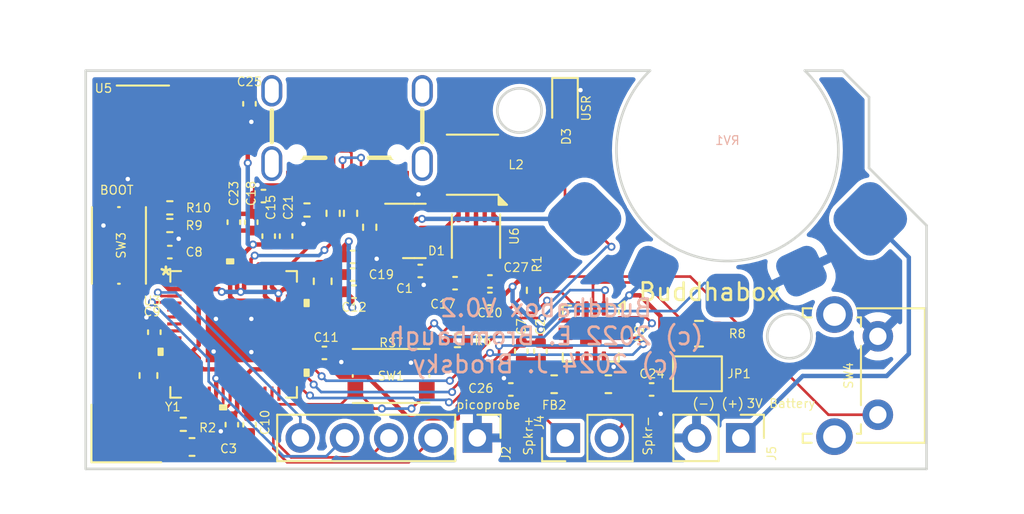
<source format=kicad_pcb>
(kicad_pcb (version 20240108) (generator "pcbnew") (generator_version "8.0")
  (layers (0 "F.Cu" signal) (31 "B.Cu" signal) (34 "B.Paste" user) (35 "F.Paste" user) (36 "B.SilkS" user "B.Silkscreen") (37 "F.SilkS" user "F.Silkscreen") (38 "B.Mask" user) (39 "F.Mask" user) (44 "Edge.Cuts" user))
  (net 0 "")
  (net 1 "GND")
  (net 2 "Net-(C3-Pad1)")
  (net 3 "Net-(U3-XIN)")
  (net 4 "+3.3V")
  (net 5 "+1V1")
  (net 6 "/ADC_AVDD")
  (net 7 "/UART0_RX")
  (net 8 "/UART0_TX")
  (net 9 "/SWCLK")
  (net 10 "/SWDIO")
  (net 11 "/NRST")
  (net 12 "Vbus")
  (net 13 "Net-(J4-Pin_2)")
  (net 14 "Net-(J4-Pin_1)")
  (net 15 "Net-(D3-A)")
  (net 16 "Net-(U2-OUTP)")
  (net 17 "/LED")
  (net 18 "/QSPI_SS_N")
  (net 19 "Net-(R10-Pad2)")
  (net 20 "Net-(U2-OUTN)")
  (net 21 "Net-(J7-D+-PadA6)")
  (net 22 "/BTN")
  (net 23 "/SD")
  (net 24 "Net-(J7-D--PadA7)")
  (net 25 "Net-(J7-CC1)")
  (net 26 "Net-(U6-EN)")
  (net 27 "Net-(U2-~{SD_MODE})")
  (net 28 "Net-(U3-XOUT)")
  (net 35 "DIN")
  (net 36 "LRCLK")
  (net 37 "BCLK")
  (net 42 "/POT")
  (net 45 "/QSPI_SD3")
  (net 46 "/QSPI_SCLK")
  (net 47 "/QSPI_SD0")
  (net 48 "/QSPI_SD2")
  (net 49 "/QSPI_SD1")
  (net 53 "/Vraw")
  (net 54 "/Vbat")
  (net 56 "/Vbat_sw")
  (net 65 "Net-(U6-L1)")
  (net 69 "Net-(U6-L2)")
  (net 70 "Net-(J7-CC2)")
  (net 71 "usb_D-")
  (net 72 "usb_D+")
  (net 73 "Net-(JP1-B)")
  (net 74 "Net-(U2-GAIN_SLOT)")
  (footprint "MyLibrary:USB-C_SMD-TYPE-C-31-M-12" (layer "F.Cu") (at 116.62 103.51 180)
    (property "Reference" "J7" (hide yes))
    (property "Value" "USB_C_Receptacle_USB2.0" (hide yes))
  )
  (footprint "Connector_PinHeader_2.54mm:PinHeader_1x02_P2.54mm_Vertical" (layer "F.Cu") (at 129.125 122.687 90)
    (property "Reference" "J4")
    (property "Value" "Speaker")
  )
  (footprint "Connector_PinHeader_2.54mm:PinHeader_1x02_P2.54mm_Vertical" (layer "F.Cu") (at 139.197 122.682 -90)
    (property "Reference" "J5")
    (property "Value" "Battery")
  )
  (footprint "Package_DFN_QFN:TQFN-16-1EP_3x3mm_P0.5mm_EP1.23x1.23mm" (layer "F.Cu") (at 130.59 116.69 -90)
    (property "Reference" "U2")
    (property "Value" "MAX98357A")
  )
  (footprint "Capacitor_SMD:C_0402_1005Metric" (layer "F.Cu") (at 111.1 110.3 90)
    (property "Reference" "C18")
    (property "Value" "0.1uf")
  )
  (footprint "Capacitor_SMD:C_0402_1005Metric" (layer "F.Cu") (at 122.8 113.8 180)
    (property "Reference" "C17")
    (property "Value" "0.1uf")
  )
  (footprint "Resistor_SMD:R_0402_1005Metric" (layer "F.Cu") (at 114.3 109.6 180)
    (property "Reference" "R3" (hide yes))
    (property "Value" "5.1k")
  )
  (footprint "Resistor_SMD:R_0402_1005Metric" (layer "F.Cu") (at 107.2 121.9)
    (property "Reference" "R2")
    (property "Value" "1k")
  )
  (footprint "Capacitor_SMD:C_0402_1005Metric" (layer "F.Cu") (at 110.998 103.505 -90)
    (property "Reference" "C25")
    (property "Value" "0.1uf")
  )
  (footprint "Inductor_SMD:L_0603_1608Metric" (layer "F.Cu") (at 131.6 119.6)
    (property "Reference" "FB3" (hide yes))
    (property "Value" "600@100mhz")
  )
  (footprint "Capacitor_SMD:C_0402_1005Metric" (layer "F.Cu") (at 113.1 111.1 90)
    (property "Reference" "C21")
    (property "Value" "0.1uf")
  )
  (footprint "LED_SMD:LED_0603_1608Metric" (layer "F.Cu") (at 129.1082 103.505 -90)
    (property "Reference" "D3")
    (property "Value" "LED Green")
  )
  (footprint "Capacitor_SMD:C_0402_1005Metric" (layer "F.Cu") (at 126.6 117.7 -90)
    (property "Reference" "C7")
    (property "Value" "0.1uf")
  )
  (footprint "Connector_PinHeader_2.54mm:PinHeader_1x05_P2.54mm_Vertical" (layer "F.Cu") (at 124.079 122.682 -90)
    (property "Reference" "J2")
    (property "Value" "PICOPROBE")
  )
  (footprint "Capacitor_SMD:C_0402_1005Metric" (layer "F.Cu") (at 111.8 108.8 180)
    (property "Reference" "C5" (hide yes))
    (property "Value" "10uf")
  )
  (footprint "Capacitor_SMD:C_0402_1005Metric" (layer "F.Cu") (at 126 119.9 180)
    (property "Reference" "C26")
    (property "Value" "220pf")
  )
  (footprint "Resistor_SMD:R_0402_1005Metric" (layer "F.Cu") (at 127.3 114.21 -90)
    (property "Reference" "R1")
    (property "Value" "10k")
  )
  (footprint "Capacitor_SMD:C_0402_1005Metric" (layer "F.Cu") (at 106.426 112.014)
    (property "Reference" "C8")
    (property "Value" "0.1uf")
  )
  (footprint "Inductor_SMD:L_Coilcraft_LPS3010" (layer "F.Cu") (at 123.8 107 180)
    (property "Reference" "L2")
    (property "Value" "1.5uH")
  )
  (footprint "Capacitor_SMD:C_0402_1005Metric" (layer "F.Cu") (at 105.537 116.614 90)
    (property "Reference" "C9")
    (property "Value" "0.1uf")
  )
  (footprint "Button_Switch_SMD:SW_Push_1P1T_NO_CK_KMR2" (layer "F.Cu") (at 119.126 119.126 180)
    (property "Reference" "SW1")
    (property "Value" "SW_Push")
  )
  (footprint "Resistor_SMD:R_0402_1005Metric" (layer "F.Cu") (at 116.8 109.79 90)
    (property "Reference" "R7" (hide yes))
    (property "Value" "27.4")
  )
  (footprint "Capacitor_SMD:C_0603_1608Metric" (layer "F.Cu") (at 105.2 119.1 90)
    (property "Reference" "C4" (hide yes))
    (property "Value" "30pf")
  )
  (footprint "Inductor_SMD:L_0603_1608Metric" (layer "F.Cu") (at 128.4875 119.6 180)
    (property "Reference" "FB2")
    (property "Value" "600@100mhz")
  )
  (footprint "Button_Switch_SMD:SW_Push_1P1T_NO_CK_KMR2" (layer "F.Cu") (at 103.505 111.633 -90)
    (property "Reference" "SW3")
    (property "Value" "SW_Push")
  )
  (footprint "Capacitor_SMD:C_0402_1005Metric" (layer "F.Cu") (at 124.8 114.7 180)
    (property "Reference" "C20")
    (property "Value" "10uf")
  )
  (footprint "Capacitor_SMD:C_0402_1005Metric" (layer "F.Cu") (at 120.8 113.1)
    (property "Reference" "C1")
    (property "Value" "10uf")
  )
  (footprint "Capacitor_SMD:C_0402_1005Metric" (layer "F.Cu") (at 116.92 112.29)
    (property "Reference" "C22" (hide yes))
    (property "Value" "1uf")
  )
  (footprint "Jumper:SolderJumper-2_P1.3mm_Bridged_Pad1.0x1.5mm" (layer "F.Cu") (at 136.7125 119)
    (property "Reference" "JP1")
    (property "Value" "Jumper_2_Bridged")
  )
  (footprint "emeb_library:RP2040" (layer "F.Cu") (at 110.0886 116.7384)
    (property "Reference" "U3")
    (property "Value" "RP2040" (hide yes))
  )
  (footprint "Capacitor_SMD:C_0603_1608Metric" (layer "F.Cu") (at 107.7 123.2)
    (property "Reference" "C3")
    (property "Value" "30pf")
  )
  (footprint "Capacitor_SMD:C_0402_1005Metric" (layer "F.Cu") (at 116.92 113.306)
    (property "Reference" "C19")
    (property "Value" "0.1uf")
  )
  (footprint "Capacitor_SMD:C_0402_1005Metric" (layer "F.Cu") (at 112.1 111.1 90)
    (property "Reference" "C15")
    (property "Value" "0.1uf")
  )
  (footprint "Package_SON:WSON-10-1EP_2.5x2.5mm_P0.5mm_EP1.2x2mm" (layer "F.Cu") (at 124 111.1 -90)
    (property "Reference" "U6")
    (property "Value" "TPS63031DSK")
  )
  (footprint "Capacitor_SMD:C_0402_1005Metric" (layer "F.Cu") (at 109.987 121.92 -90)
    (property "Reference" "C6" (hide yes))
    (property "Value" "0.1uf")
  )
  (footprint "Capacitor_SMD:C_0402_1005Metric" (layer "F.Cu") (at 111.003 121.92 -90)
    (property "Reference" "C10")
    (property "Value" "0.1uf")
  )
  (footprint "Package_SON:WSON-8-1EP_6x5mm_P1.27mm_EP3.4x4.3mm" (layer "F.Cu") (at 106.68 105.156)
    (property "Reference" "U5")
    (property "Value" "W25Q64JVZPIQ")
  )
  (footprint "Resistor_SMD:R_0402_1005Metric" (layer "F.Cu") (at 106.426 110.49 180)
    (property "Reference" "R9")
    (property "Value" "10k")
  )
  (footprint "Capacitor_SMD:C_0402_1005Metric" (layer "F.Cu") (at 127.7 117.7 -90)
    (property "Reference" "C2")
    (property "Value" "10uf")
  )
  (footprint "Resistor_SMD:R_0402_1005Metric" (layer "F.Cu") (at 115.8 109.79 90)
    (property "Reference" "R5" (hide yes))
    (property "Value" "27.4")
  )
  (footprint "Resistor_SMD:R_0402_1005Metric" (layer "F.Cu") (at 117.9 110.59 90)
    (property "Reference" "R4" (hide yes))
    (property "Value" "5.1k")
  )
  (footprint "Capacitor_SMD:C_0402_1005Metric" (layer "F.Cu") (at 117 114.29)
    (property "Reference" "C12")
    (property "Value" "0.1uf")
  )
  (footprint "Button_Switch_THT:SW_Tactile_SPST_Angled_PTS645Vx83-2LFS" (layer "F.Cu") (at 147.066 116.851 -90)
    (property "Reference" "SW4")
    (property "Value" "SW_PushSide")
  )
  (footprint "Resistor_SMD:R_0805_2012Metric" (layer "F.Cu") (at 136.8 116.7 180)
    (property "Reference" "R8")
    (property "Value" "100k")
  )
  (footprint "Resistor_SMD:R_0402_1005Metric" (layer "F.Cu") (at 106.426 109.474 180)
    (property "Reference" "R10")
    (property "Value" "1k")
  )
  (footprint "Capacitor_SMD:C_0402_1005Metric" (layer "F.Cu") (at 124.8 113.7 180)
    (property "Reference" "C27")
    (property "Value" "10uf")
  )
  (footprint "Resistor_SMD:R_0402_1005Metric" (layer "F.Cu") (at 122.936 117.094)
    (property "Reference" "R6")
    (property "Value" "1k")
  )
  (footprint "Capacitor_SMD:C_0402_1005Metric" (layer "F.Cu") (at 115.3 117.8)
    (property "Reference" "C11")
    (property "Value" "0.1uf")
  )
  (footprint "Capacitor_SMD:C_0402_1005Metric" (layer "F.Cu") (at 134.08 119.9)
    (property "Reference" "C24")
    (property "Value" "220pf")
  )
  (footprint "Capacitor_SMD:C_0402_1005Metric" (layer "F.Cu") (at 110.1 110.3 90)
    (property "Reference" "C23")
    (property "Value" "1uf")
  )
  (footprint "Package_TO_SOT_SMD:SOT-23" (layer "F.Cu") (at 120.4625 110.8)
    (property "Reference" "D1")
    (property "Value" "BAT54C")
  )
  (footprint "Crystal:Crystal_SMD_3225-4Pin_3.2x2.5mm" (layer "F.Cu") (at 103.929 122.428)
    (property "Reference" "Y1")
    (property "Value" "Crystal_4pin_SMD")
  )
  (footprint "Inductor_SMD:L_0603_1608Metric" (layer "F.Cu") (at 115.2 113.69 -90)
    (property "Reference" "FB1" (hide yes))
    (property "Value" "600@100mhz")
  )
  (footprint "emeb_library:RV12" (layer "B.Cu") (at 138.43 106.109 180)
    (property "Reference" "RV1")
    (property "Value" "RV12")
  )
  (gr_line (start 142.875 101.6) (end 145.034 101.6) (stroke (width 0.15)) (layer "Edge.Cuts"))
  (gr_line (start 149.86 124.46) (end 101.6 124.46) (stroke (width 0.15)) (layer "Edge.Cuts"))
  (gr_line (start 145.034 101.6) (end 146.558 103.124) (stroke (width 0.15)) (layer "Edge.Cuts"))
  (gr_line (start 101.6 101.6) (end 133.985 101.6) (stroke (width 0.15)) (layer "Edge.Cuts"))
  (gr_arc (start 142.875 101.6) (mid 138.43 112.526458) (end 133.985 101.6) (stroke (width 0.15)) (layer "Edge.Cuts"))
  (gr_circle (center 126.492 103.886) (end 127.762 103.886) (stroke (width 0.15)) (fill none) (layer "Edge.Cuts"))
  (gr_line (start 101.6 124.46) (end 101.6 101.6) (stroke (width 0.15)) (layer "Edge.Cuts"))
  (gr_line (start 149.86 110.49) (end 149.86 124.46) (stroke (width 0.15)) (layer "Edge.Cuts"))
  (gr_line (start 146.558 103.124) (end 146.558 107.188) (stroke (width 0.15)) (layer "Edge.Cuts"))
  (gr_line (start 149.86 110.49) (end 146.558 107.188) (stroke (width 0.15)) (layer "Edge.Cuts"))
  (gr_circle (center 141.986 116.84) (end 143.256 116.84) (stroke (width 0.15)) (fill none) (layer "Edge.Cuts"))
  (gr_text "Buddhabox V0.2\n(c) 2022 E. Brombaugh\n(c) 2024 J. Brodsky" (at 128.016 116.84 0) (layer "B.SilkS") (effects (font (size 1 1)) (justify mirror)))
  (gr_text "3V Battery" (at 139.5 121 0) (layer "F.SilkS") (effects (font (size 0.5 0.5) (thickness 0.07)) (justify left bottom)))
  (gr_text "Buddhabox" (at 137.414 114.3 0) (layer "F.SilkS") (effects (font (size 1 1))))
  (gr_text "Spkr-" (at 133.858 122.555 90) (layer "F.SilkS") (effects (font (size 0.5 0.5) (thickness 0.07))))
  (gr_text "Spkr+" (at 127 122.555 90) (layer "F.SilkS") (effects (font (size 0.5 0.5) (thickness 0.07))))
  (gr_text "(-) (+)" (at 137.9 120.7 0) (layer "F.SilkS") (effects (font (size 0.5 0.5) (thickness 0.07))))
  (gr_text "USR" (at 130.3274 103.759 90) (layer "F.SilkS") (effects (font (size 0.5 0.5) (thickness 0.07))))
  (gr_text "picoprobe" (at 124.714 120.777 0) (layer "F.SilkS") (effects (font (size 0.5 0.5) (thickness 0.07))))
  (gr_text "BOOT" (at 103.378 108.458 0) (layer "F.SilkS") (effects (font (size 0.5 0.5) (thickness 0.07))))
  (gr_text "RST" (at 119.126 117.221 0) (layer "F.SilkS") (effects (font (size 0.5 0.5) (thickness 0.07))))
  (segment (start 113.064 108.19) (end 111.485423 108.19) (width 0.254) (layer "F.Cu") (net 1))
  (segment (start 134.56 121.26) (end 134.6 121.3) (width 0.254) (layer "F.Cu") (net 1))
  (segment (start 120.269 118.364) (end 121.138 118.364) (width 0.254) (layer "F.Cu") (net 1))
  (segment (start 111.32 108.302177) (end 111.4588 108.163377) (width 0.254) (layer "F.Cu") (net 1))
  (segment (start 103.98 107.061) (end 103.98 107.79) (width 0.254) (layer "F.Cu") (net 1))
  (segment (start 111.1 109.82) (end 111.1 109.02) (width 0.254) (layer "F.Cu") (net 1))
  (segment (start 116.306 118.326) (end 115.78 117.8) (width 0.254) (layer "F.Cu") (net 1))
  (segment (start 113.879996 110.62) (end 114.099996 110.4) (width 0.254) (layer "F.Cu") (net 1))
  (segment (start 125.603 119.253) (end 125.603 119.177) (width 0.254) (layer "F.Cu") (net 1))
  (segment (start 105.163185 115.760185) (end 105.08306 115.760185) (width 0.254) (layer "F.Cu") (net 1))
  (segment (start 114.099996 110.310004) (end 114.099996 110.4) (width 0.254) (layer "F.Cu") (net 1))
  (segment (start 119.65 107.664) (end 119.664 107.664) (width 0.254) (layer "F.Cu") (net 1))
  (segment (start 131.171 118.871) (end 131.629 118.871) (width 0.254) (layer "F.Cu") (net 1))
  (segment (start 133.041578 116.44) (end 133.287757 116.193821) (width 0.254) (layer "F.Cu") (net 1))
  (segment (start 125.52 119.9) (end 125.52 119.336) (width 0.254) (layer "F.Cu") (net 1))
  (segment (start 104.973 116.698) (end 105.537 116.134) (width 0.254) (layer "F.Cu") (net 1))
  (segment (start 105.2 118.325) (end 104.973 118.098) (width 0.254) (layer "F.Cu") (net 1))
  (segment (start 130.34 116.44) (end 130.59 116.69) (width 0.254) (layer "F.Cu") (net 1))
  (segment (start 102.705 109.583) (end 102.705 110.401) (width 0.254) (layer "F.Cu") (net 1))
  (segment (start 121.28 113.1) (end 121.28 113.62) (width 0.254) (layer "F.Cu") (net 1))
  (segment (start 108.475 123.178) (end 109.352 122.301) (width 0.254) (layer "F.Cu") (net 1))
  (segment (start 104.973 118.098) (end 104.973 116.698) (width 0.254) (layer "F.Cu") (net 1))
  (segment (start 130.84 118.1275) (end 130.84 118.54) (width 0.254) (layer "F.Cu") (net 1))
  (segment (start 121.28 113.1) (end 121.62 113.1) (width 0.254) (layer "F.Cu") (net 1))
  (segment (start 124.5 111.6) (end 124 111.1) (width 0.254) (layer "F.Cu") (net 1))
  (segment (start 126.6 118.18) (end 127.7 118.18) (width 0.254) (layer "F.Cu") (net 1))
  (segment (start 134.56 119.9) (end 134.56 121.26) (width 0.254) (layer "F.Cu") (net 1))
  (segment (start 130.59 116.69) (end 130.84 116.44) (width 0.254) (layer "F.Cu") (net 1))
  (segment (start 102.705 110.401) (end 102.616 110.49) (width 0.254) (layer "F.Cu") (net 1))
  (segment (start 110.998 103.985) (end 110.998 104.434286) (width 0.254) (layer "F.Cu") (net 1))
  (segment (start 109.451 122.4) (end 109.352 122.301) (width 0.254) (layer "F.Cu") (net 1))
  (segment (start 117.4 112.29) (end 117.4 111.6) (width 0.254) (layer "F.Cu") (net 1))
  (segment (start 110.1 109.82) (end 111.1 109.82) (width 0.254) (layer "F.Cu") (net 1))
  (segment (start 117.076 118.326) (end 116.306 118.326) (width 0.254) (layer "F.Cu") (net 1))
  (segment (start 130.84 116.44) (end 132.0275 116.44) (width 0.254) (layer "F.Cu") (net 1))
  (segment (start 125.603 119.177) (end 126.6 118.18) (width 0.254) (layer "F.Cu") (net 1))
  (segment (start 124.5 113.52) (end 124.32 113.7) (width 0.254) (layer "F.Cu") (net 1))
  (segment (start 129.1083 102.7176) (end 129.1082 102.7175) (width 0.254) (layer "F.Cu") (net 1))
  (segment (start 117.48 114.29) (end 117.48 113.386) (width 0.254) (layer "F.Cu") (net 1))
  (segment (start 117.9 111.1) (end 117.9 112) (width 0.254) (layer "F.Cu") (net 1))
  (segment (start 111.003 122.4) (end 109.987 122.4) (width 0.254) (layer "F.Cu") (net 1))
  (segment (start 124.079 122.682) (end 124.079 121.341) (width 0.254) (layer "F.Cu") (net 1))
  (segment (start 109.987 122.4) (end 109.451 122.4) (width 0.254) (layer "F.Cu") (net 1))
  (segment (start 114.81 109.6) (end 114.099996 110.310004) (width 0.254) (layer "F.Cu") (net 1))
  (segment (start 124.5 112.3125) (end 124.5 111.6) (width 0.254) (layer "F.Cu") (net 1))
  (segment (start 106.906 112.014) (end 106.906 111.28) (width 0.254) (layer "F.Cu") (net 1))
  (segment (start 124.5 112.3125) (end 124.5 113.52) (width 0.254) (layer "F.Cu") (net 1))
  (segment (start 108.475 123.2) (end 108.475 123.178) (width 0.254) (layer "F.Cu") (net 1))
  (segment (start 119.664 107.664) (end 120.7 108.7) (width 0.254) (layer "F.Cu") (net 1))
  (segment (start 113.1 110.62) (end 113.879996 110.62) (width 0.254) (layer "F.Cu") (net 1))
  (segment (start 125.52 119.336) (end 125.603 119.253) (width 0.254) (layer "F.Cu") (net 1))
  (segment (start 121.138 118.364) (end 121.176 118.326) (width 0.254) (layer "F.Cu") (net 1))
  (segment (start 112.1 110.62) (end 111.9 110.62) (width 0.254) (layer "F.Cu") (net 1))
  (segment (start 130.84 118.54) (end 131.171 118.871) (width 0.254) (layer "F.Cu") (net 1))
  (segment (start 123.22 114.7) (end 124.32 114.7) (width 0.254) (layer "F.Cu") (net 1))
  (segment (start 130.34 115.2525) (end 130.34 116.44) (width 0.254) (layer "F.Cu") (net 1))
  (segment (start 130.59 116.69) (end 130.84 116.94) (width 0.254) (layer "F.Cu") (net 1))
  (segment (start 109.088599 120.142) (end 109.088599 119.262401) (width 0.254) (layer "F.Cu") (net 1))
  (segment (start 111.485423 108.19) (end 111.4588 108.163377) (width 0.254) (layer "F.Cu") (net 1))
  (segment (start 111.9 110.62) (end 111.1 109.82) (width 0.254) (layer "F.Cu") (net 1))
  (segment (start 124.079 121.341) (end 125.52 119.9) (width 0.254) (layer "F.Cu") (net 1))
  (segment (start 117.4 111.6) (end 117.9 111.1) (width 0.254) (layer "F.Cu") (net 1))
  (segment (start 130.84 116.94) (end 130.84 118.1275) (width 0.254) (layer "F.Cu") (net 1))
  (segment (start 122.32 113.8) (end 123.22 114.7) (width 0.254) (layer "F.Cu") (net 1))
  (segment (start 124 111.1) (end 124 109.8875) (width 0.254) (layer "F.Cu") (net 1))
  (segment (start 111.32 108.8) (end 111.32 108.302177) (width 0.254) (layer "F.Cu") (net 1))
  (segment (start 112.1 110.62) (end 113.1 110.62) (width 0.254) (layer "F.Cu") (net 1))
  (segment (start 121.62 113.1) (end 122.32 113.8) (width 0.254) (layer "F.Cu") (net 1))
  (segment (start 117.48 113.386) (end 117.4 113.306) (width 0.254) (layer "F.Cu") (net 1))
  (segment (start 117.4 112.29) (end 117.4 113.306) (width 0.254) (layer "F.Cu") (net 1))
  (segment (start 129.9972 102.7176) (end 129.1083 102.7176) (width 0.254) (layer "F.Cu") (net 1))
  (segment (start 132.0275 116.44) (end 133.041578 116.44) (width 0.254) (layer "F.Cu") (net 1))
  (segment (start 124.32 113.7) (end 124.32 114.7) (width 0.254) (layer "F.Cu") (net 1))
  (segment (start 111.1 109.02) (end 111.32 108.8) (width 0.254) (layer "F.Cu") (net 1))
  (segment (start 113.25 108.004) (end 113.064 108.19) (width 0.254) (layer "F.Cu") (net 1))
  (segment (start 131.629 118.871) (end 131.9 118.6) (width 0.254) (layer "F.Cu") (net 1))
  (segment (start 105.537 116.134) (end 105.163185 115.760185) (width 0.254) (layer "F.Cu") (net 1))
  (segment (start 102.705 113.683) (end 102.705 110.579) (width 0.254) (layer "F.Cu") (net 1))
  (segment (start 103.98 107.79) (end 104.013 107.823) (width 0.254) (layer "F.Cu") (net 1))
  (segment (start 117.9 112) (end 118.3 112.4) (width 0.254) (layer "F.Cu") (net 1))
  (segment (start 102.705 110.579) (end 102.616 110.49) (width 0.254) (layer "F.Cu") (net 1))
  (segment (start 110.998 104.434286) (end 111.104857 104.541143) (width 0.254) (layer "F.Cu") (net 1))
  (segment (start 106.906 111.28) (end 106.934 111.252) (width 0.254) (layer "F.Cu") (net 1))
  (segment (start 121.28 113.62) (end 121 113.9) (width 0.254) (layer "F.Cu") (net 1))
  (via (at 109.0726 115.8494) (size 0.4572) (drill 0.254) (layers "F.Cu" "B.Cu") (net 1))
  (via (at 116.2684 118.326) (size 0.4572) (drill 0.254) (layers "F.Cu" "B.Cu") (net 1))
  (via (at 111.1046 115.8494) (size 0.4572) (drill 0.254) (layers "F.Cu" "B.Cu") (net 1))
  (via (at 111.4588 108.163377) (size 0.4572) (drill 0.254) (layers "F.Cu" "B.Cu") (net 1))
  (via (at 121 113.9) (size 0.4572) (drill 0.254) (layers "F.Cu" "B.Cu") (net 1))
  (via (at 111.1046 117.7544) (size 0.4572) (drill 0.254) (layers "F.Cu" "B.Cu") (net 1))
  (via (at 109.088599 119.262401) (size 0.4572) (drill 0.254) (layers "F.Cu" "B.Cu") (net 1))
  (via (at 134.6 121.3) (size 0.4572) (drill 0.254) (layers "F.Cu" "B.Cu") (net 1))
  (via (at 108.940289 117.721868) (size 0.4572) (drill 0.254) (layers "F.Cu" "B.Cu") (net 1))
  (via (at 120.269 118.364) (size 0.4572) (drill 0.254) (layers "F.Cu" "B.Cu") (net 1))
  (via (at 102.616 110.49) (size 0.4572) (drill 0.254) (layers "F.Cu" "B.Cu") (net 1))
  (via (at 104.013 107.823) (size 0.4572) (drill 0.254) (layers "F.Cu" "B.Cu") (net 1))
  (via (at 125.603 119.253) (size 0.4572) (drill 0.254) (layers "F.Cu" "B.Cu") (net 1))
  (via (at 131.9 118.6) (size 0.4572) (drill 0.254) (layers "F.Cu" "B.Cu") (net 1))
  (via (at 133.287757 116.193821) (size 0.4572) (drill 0.254) (layers "F.Cu" "B.Cu") (net 1))
  (via (at 105.08306 115.760185) (size 0.4572) (drill 0.254) (layers "F.Cu" "B.Cu") (net 1))
  (via (at 129.9972 102.7176) (size 0.4572) (drill 0.254) (layers "F.Cu" "B.Cu") (net 1))
  (via (at 106.934 111.252) (size 0.4572) (drill 0.254) (layers "F.Cu" "B.Cu") (net 1))
  (via (at 111.104857 104.541143) (size 0.4572) (drill 0.254) (layers "F.Cu" "B.Cu") (net 1))
  (via (at 118.3 112.4) (size 0.4572) (drill 0.254) (layers "F.Cu" "B.Cu") (net 1))
  (via (at 109.352 122.301) (size 0.4572) (drill 0.254) (layers "F.Cu" "B.Cu") (net 1))
  (via (at 114.099996 110.4) (size 0.4572) (drill 0.254) (layers "F.Cu" "B.Cu") (net 1))
  (via (at 120.7 108.7) (size 0.4572) (drill 0.254) (layers "F.Cu" "B.Cu") (net 1))
  (segment (start 106.1998 122.4748) (end 103.6322 122.4748) (width 0.1524) (layer "F.Cu") (net 2))
  (segment (start 106.69 121.9) (end 106.69 122.965) (width 0.1524) (layer "F.Cu") (net 2))
  (segment (start 106.69 122.965) (end 106.925 123.2) (width 0.1524) (layer "F.Cu") (net 2))
  (segment (start 106.925 123.2) (end 106.1998 122.4748) (width 0.1524) (layer "F.Cu") (net 2))
  (segment (start 103.6322 122.4748) (end 102.829 123.278) (width 0.1524) (layer "F.Cu") (net 2))
  (segment (start 105.2302 121.3768) (end 105.029 121.578) (width 0.1524) (layer "F.Cu") (net 3))
  (segment (start 105.537 120.114) (end 105.029 120.622) (width 0.1524) (layer "F.Cu") (net 3))
  (segment (start 109.488601 120.142) (end 109.488601 120.7008) (width 0.1524) (layer "F.Cu") (net 3))
  (segment (start 109.488601 120.7008) (end 108.812601 121.3768) (width 0.1524) (layer "F.Cu") (net 3))
  (segment (start 108.812601 121.3768) (end 105.2302 121.3768) (width 0.1524) (layer "F.Cu") (net 3))
  (segment (start 105.029 120.622) (end 105.029 121.578) (width 0.1524) (layer "F.Cu") (net 3))
  (segment (start 112.9426 114.1384) (end 112.654 114.427) (width 0.254) (layer "F.Cu") (net 4))
  (segment (start 110.2886 121.1384) (end 109.987 121.44) (width 0.254) (layer "F.Cu") (net 4))
  (segment (start 136.0625 118.75) (end 134.5826 117.2701) (width 0.254) (layer "F.Cu") (net 4))
  (segment (start 125.28 114.7) (end 125.28 113.7) (width 0.254) (layer "F.Cu") (net 4))
  (segment (start 112.1 111.58) (end 113.1 111.58) (width 0.254) (layer "F.Cu") (net 4))
  (segment (start 134.5826 117.2701) (end 134.5826 115.6826) (width 0.254) (layer "F.Cu") (net 4))
  (segment (start 125.4 114.7) (end 126.1 114) (width 0.254) (layer "F.Cu") (net 4))
  (segment (start 110.938731 111.838731) (end 110.2886 112.488862) (width 0.254) (layer "F.Cu") (net 4))
  (segment (start 116.9 115.2) (end 116.9 114.67) (width 0.254) (layer "F.Cu") (net 4))
  (segment (start 112.655244 114.395798) (end 112.658947 114.392095) (width 0.254) (layer "F.Cu") (net 4))
  (segment (start 112.396602 114.1384) (end 112.288601 114.030399) (width 0.254) (layer "F.Cu") (net 4))
  (segment (start 105.918 113.6889) (end 105.918 112.042) (width 0.254) (layer "F.Cu") (net 4))
  (segment (start 109.2449 114.1384) (end 109.4065 114.3) (width 0.254) (layer "F.Cu") (net 4))
  (segment (start 122.9558 120.8642) (end 122.9558 121.5588) (width 0.254) (layer "F.Cu") (net 4))
  (segment (start 113.4922 114.1384) (end 112.9426 114.1384) (width 0.254) (layer "F.Cu") (net 4))
  (segment (start 108.082 117.348) (end 108.082 114.173) (width 0.254) (layer "F.Cu") (net 4))
  (segment (start 127.7 116.483434) (end 127.727071 116.456363) (width 0.254) (layer "F.Cu") (net 4))
  (segment (start 114.8609 114.1384) (end 115.2 114.4775) (width 0.254) (layer "F.Cu") (net 4))
  (segment (start 129.1525 117.44) (end 127.92 117.44) (width 0.254) (layer "F.Cu") (net 4))
  (segment (start 112.654 114.395798) (end 112.396602 114.1384) (width 0.254) (layer "F.Cu") (net 4))
  (segment (start 113.4922 117.738401) (end 112.917401 117.738401) (width 0.254) (layer "F.Cu") (net 4))
  (segment (start 112.654 117.475) (end 112.654 114.395798) (width 0.254) (layer "F.Cu") (net 4))
  (segment (start 116.44 111.66) (end 116.7 111.4) (width 0.254) (layer "F.Cu") (net 4))
  (segment (start 116.3325 114.4775) (end 116.52 114.29) (width 0.254) (layer "F.Cu") (net 4))
  (segment (start 110.2886 114.0936) (end 110.495 114.3) (width 0.254) (layer "F.Cu") (net 4))
  (segment (start 126.4 113.7) (end 127.3 113.7) (width 0.254) (layer "F.Cu") (net 4))
  (segment (start 114.758401 117.738401) (end 113.4922 117.738401) (width 0.254) (layer "F.Cu") (net 4))
  (segment (start 125 112.3125) (end 125.254 112.0585) (width 0.254) (layer "F.Cu") (net 4))
  (segment (start 110.9 105.12655) (end 110.9 106.9) (width 0.254) (layer "F.Cu") (net 4))
  (segment (start 134.5826 115.6826) (end 133.3945 114.4945) (width 0.254) (layer "F.Cu") (net 4))
  (segment (start 114.82 117.8) (end 114.758401 117.738401) (width 0.254) (layer "F.Cu") (net 4))
  (segment (start 122.9558 121.5588) (end 120.1618 121.5588) (width 0.254) (layer "F.Cu") (net 4))
  (segment (start 107.691599 117.738401) (end 108.082 117.348) (width 0.254) (layer "F.Cu") (net 4))
  (segment (start 105.800401 117.738401) (end 105.537 117.475) (width 0.254) (layer "F.Cu") (net 4))
  (segment (start 125.28 112.5925) (end 125 112.3125) (width 0.254) (layer "F.Cu") (net 4))
  (segment (start 115.2 114.4775) (end 116.3325 114.4775) (width 0.254) (layer "F.Cu") (net 4))
  (segment (start 125.28 113.7) (end 125.28 112.5925) (width 0.254) (layer "F.Cu") (net 4))
  (segment (start 105.916 111.984) (end 105.946 112.014) (width 0.254) (layer "F.Cu") (net 4))
  (segment (start 120.1618 121.5588) (end 117.775 119.172) (width 0.254) (layer "F.Cu") (net 4))
  (segment (start 106.3675 114.1384) (end 105.918 113.6889) (width 0.254) (layer "F.Cu") (net 4))
  (segment (start 110.2886 120.142) (end 110.2886 121.1384) (width 0.254) (layer "F.Cu") (net 4))
  (segment (start 110.2886 112.488862) (end 110.2886 113.3348) (width 0.254) (layer "F.Cu") (net 4))
  (segment (start 127.7 117.22) (end 127.7 116.483434) (width 0.254) (layer "F.Cu") (net 4))
  (segment (start 106.685 114.1384) (end 108.0474 114.1384) (width 0.254) (layer "F.Cu") (net 4))
  (segment (start 105.916 110.49) (end 105.916 111.984) (width 0.254) (layer "F.Cu") (net 4))
  (segment (start 110.2886 113.3348) (end 110.2886 114.0936) (width 0.254) (layer "F.Cu") (net 4))
  (segment (start 110.236 102.997) (end 110.97 102.997) (width 0.254) (layer "F.Cu") (net 4))
  (segment (start 110.495 114.3) (end 110.688599 114.106401) (width 0.254) (layer "F.Cu") (net 4))
  (segment (start 116.44 112.29) (end 116.44 111.66) (width 0.254) (layer "F.Cu") (net 4))
  (segment (start 112.917401 117.738401) (end 112.654 117.475) (width 0.254) (layer "F.Cu") (net 4))
  (segment (start 129.1525 117.44) (end 129.1525 116.94) (width 0.254) (layer "F.Cu") (net 4))
  (segment (start 133.3945 114.4945) (end 132.7945 114.4945) (width 0.254) (layer "F.Cu") (net 4))
  (segment (start 112.654 114.395798) (end 112.655244 114.395798) (width 0.254) (layer "F.Cu") (net 4))
  (segment (start 110.97 102.997) (end 110.998 103.025) (width 0.254) (layer "F.Cu") (net 4))
  (segment (start 127.92 117.44) (end 127.7 117.22) (width 0.254) (layer "F.Cu") (net 4))
  (segment (start 112.288601 114.030399) (end 112.288601 113.3348) (width 0.254) (layer "F.Cu") (net 4))
  (segment (start 125.254 112.0585) (end 125.254 110.1415) (width 0.254) (layer "F.Cu") (net 4))
  (segment (start 108.0474 114.1384) (end 109.2449 114.1384) (width 0.254) (layer "F.Cu") (net 4))
  (segment (start 116.9 114.67) (end 116.52 114.29) (width 0.254) (layer "F.Cu") (net 4))
  (segment (start 111.197462 111.58) (end 110.938731 111.838731) (width 0.254) (layer "F.Cu") (net 4))
  (segment (start 136.0625 119) (end 136.0625 118.75) (width 0.254) (layer "F.Cu") (net 4))
  (segment (start 105.918 112.042) (end 105.946 112.014) (width 0.254) (layer "F.Cu") (net 4))
  (segment (start 109.982 103.251) (end 109.38 103.251) (width 0.254) (layer "F.Cu") (net 4))
  (segment (start 106.685 114.1384) (end 106.3675 114.1384) (width 0.254) (layer "F.Cu") (net 4))
  (segment (start 106.685 117.738401) (end 107.691599 117.738401) (width 0.254) (layer "F.Cu") (net 4))
  (segment (start 125.254 110.1415) (end 125 109.8875) (width 0.254) (layer "F.Cu") (net 4))
  (segment (start 108.082 114.173) (end 108.0474 114.1384) (width 0.254) (layer "F.Cu") (net 4))
  (segment (start 112.1 111.58) (end 111.197462 111.58) (width 0.254) (layer "F.Cu") (net 4))
  (segment (start 108.082 118.11) (end 107.710401 117.738401) (width 0.254) (layer "F.Cu") (net 4))
  (segment (start 108.336 118.745) (end 108.082 118.491) (width 0.254) (layer "F.Cu") (net 4))
  (segment (start 117.775 119.172) (end 116.192 119.172) (width 0.254) (layer "F.Cu") (net 4))
  (segment (start 108.082 118.491) (end 108.082 118.11) (width 0.254) (layer "F.Cu") (net 4))
  (segment (start 113.4922 114.1384) (end 114.8609 114.1384) (width 0.254) (layer "F.Cu") (net 4))
  (segment (start 107.710401 117.738401) (end 107.691599 117.738401) (width 0.254) (layer "F.Cu") (net 4))
  (segment (start 110.2886 120.142) (end 110.2886 119.1736) (width 0.254) (layer "F.Cu") (net 4))
  (segment (start 106.685 117.738401) (end 105.800401 117.738401) (width 0.254) (layer "F.Cu") (net 4))
  (segment (start 105.537 117.475) (end 105.537 117.094) (width 0.254) (layer "F.Cu") (net 4))
  (segment (start 109.38 103.60655) (end 110.9 105.12655) (width 0.254) (layer "F.Cu") (net 4))
  (segment (start 110.236 102.997) (end 109.982 103.251) (width 0.254) (layer "F.Cu") (net 4))
  (segment (start 126.6 117.22) (end 122.9558 120.8642) (width 0.254) (layer "F.Cu") (net 4))
  (segment (start 116.192 119.172) (end 114.82 117.8) (width 0.254) (layer "F.Cu") (net 4))
  (segment (start 126.1 114) (end 126.4 113.7) (width 0.254) (layer "F.Cu") (net 4))
  (segment (start 110.2886 119.1736) (end 109.86 118.745) (width 0.254) (layer "F.Cu") (net 4))
  (segment (start 125.28 114.7) (end 125.4 114.7) (width 0.254) (layer "F.Cu") (net 4))
  (segment (start 109.38 103.251) (end 109.38 103.60655) (width 0.254) (layer "F.Cu") (net 4))
  (segment (start 110.688599 114.106401) (end 110.688599 113.3348) (width 0.254) (layer "F.Cu") (net 4))
  (segment (start 126.6 117.22) (end 127.7 117.22) (width 0.254) (layer "F.Cu") (net 4))
  (segment (start 109.86 118.745) (end 108.336 118.745) (width 0.254) (layer "F.Cu") (net 4))
  (via (at 127.727071 116.456363) (size 0.4572) (drill 0.254) (layers "F.Cu" "B.Cu") (net 4))
  (via (at 111.197462 111.58) (size 0.4572) (drill 0.254) (layers "F.Cu" "B.Cu") (net 4))
  (via (at 116.7 111.4) (size 0.4572) (drill 0.254) (layers "F.Cu" "B.Cu") (net 4))
  (via (at 112.658947 114.392095) (size 0.4572) (drill 0.254) (layers "F.Cu" "B.Cu") (net 4))
  (via (at 132.7945 114.4945) (size 0.4572) (drill 0.254) (layers "F.Cu" "B.Cu") (net 4))
  (via (at 110.495 114.3) (size 0.4572) (drill 0.254) (layers "F.Cu" "B.Cu") (net 4))
  (via (at 126.1 114) (size 0.4572) (drill 0.254) (layers "F.Cu" "B.Cu") (net 4))
  (via (at 110.9 106.9) (size 0.4572) (drill 0.254) (layers "F.Cu" "B.Cu") (net 4))
  (via (at 109.4065 114.3) (size 0.4572) (drill 0.254) (layers "F.Cu" "B.Cu") (net 4))
  (via (at 116.9 115.2) (size 0.4572) (drill 0.254) (layers "F.Cu" "B.Cu") (net 4))
  (segment (start 129.263226 115.0698) (end 127.876663 116.456363) (width 0.254) (layer "B.Cu") (net 4))
  (segment (start 110.9 111.532606) (end 110.947394 111.58) (width 0.254) (layer "B.Cu") (net 4))
  (segment (start 126.1 114.829292) (end 127.727071 116.456363) (width 0.254) (layer "B.Cu") (net 4))
  (segment (start 132.2192 115.0698) (end 129.263226 115.0698) (width 0.254) (layer "B.Cu") (net 4))
  (segment (start 112.566852 114.3) (end 112.658947 114.392095) (width 0.254) (layer "B.Cu") (net 4))
  (segment (start 127.876663 116.456363) (end 127.727071 116.456363) (width 0.254) (layer "B.Cu") (net 4))
  (segment (start 110.495 114.3) (end 112.566852 114.3) (width 0.254) (layer "B.Cu") (net 4))
  (segment (start 134.18 113.109) (end 132.2192 115.0698) (width 0.254) (layer "B.Cu") (net 4))
  (segment (start 110.9 106.9) (end 110.9 111.532606) (width 0.254) (layer "B.Cu") (net 4))
  (segment (start 116.7 115) (end 116.9 115.2) (width 0.254) (layer "B.Cu") (net 4))
  (segment (start 110.495 114.3) (end 109.4065 114.3) (width 0.254) (layer "B.Cu") (net 4))
  (segment (start 126.1 114) (end 126.1 114.829292) (width 0.254) (layer "B.Cu") (net 4))
  (segment (start 116.7 111.4) (end 116.7 115) (width 0.254) (layer "B.Cu") (net 4))
  (segment (start 110.947394 111.58) (end 111.197462 111.58) (width 0.254) (layer "B.Cu") (net 4))
  (segment (start 111.888599 114.550599) (end 112.146 114.808) (width 0.254) (layer "F.Cu") (net 5))
  (segment (start 110.114 114.808) (end 112.146 114.808) (width 0.254) (layer "F.Cu") (net 5))
  (segment (start 110.1 110.78) (end 111.1 110.78) (width 0.254) (layer "F.Cu") (net 5))
  (segment (start 110.1 110.78) (end 109.8886 110.9914) (width 0.254) (layer "F.Cu") (net 5))
  (segment (start 109.8886 110.9914) (end 109.8886 113.3348) (width 0.254) (layer "F.Cu") (net 5))
  (segment (start 111.13 118.745) (end 110.688599 119.186401) (width 0.254) (layer "F.Cu") (net 5))
  (segment (start 111.892 118.745) (end 111.13 118.745) (width 0.254) (layer "F.Cu") (net 5))
  (segment (start 110.114 114.808) (end 112.146 114.808) (width 0.254) (layer "F.Cu") (net 5))
  (segment (start 109.8886 114.5826) (end 110.114 114.808) (width 0.254) (layer "F.Cu") (net 5))
  (segment (start 110.688599 121.125599) (end 111.003 121.44) (width 0.254) (layer "F.Cu") (net 5))
  (segment (start 110.688599 119.186401) (end 110.688599 120.142) (width 0.254) (layer "F.Cu") (net 5))
  (segment (start 112.146 114.808) (end 112.146 118.491) (width 0.254) (layer "F.Cu") (net 5))
  (segment (start 112.146 118.491) (end 111.892 118.745) (width 0.254) (layer "F.Cu") (net 5))
  (segment (start 111.888599 113.3348) (end 111.888599 114.550599) (width 0.254) (layer "F.Cu") (net 5))
  (segment (start 109.8886 113.3348) (end 109.8886 114.5826) (width 0.254) (layer "F.Cu") (net 5))
  (segment (start 110.688599 120.142) (end 110.688599 121.125599) (width 0.254) (layer "F.Cu") (net 5))
  (segment (start 112.6886 113.3348) (end 114.7677 113.3348) (width 0.254) (layer "F.Cu") (net 6))
  (segment (start 116.0365 112.9025) (end 116.44 113.306) (width 0.254) (layer "F.Cu") (net 6))
  (segment (start 114.7677 113.3348) (end 115.2 112.9025) (width 0.254) (layer "F.Cu") (net 6))
  (segment (start 115.2 112.9025) (end 116.0365 112.9025) (width 0.254) (layer "F.Cu") (net 6))
  (segment (start 106.646599 114.9) (end 106.685 114.938401) (width 0.1524) (layer "F.Cu") (net 7))
  (segment (start 105.4 114.9) (end 106.646599 114.9) (width 0.1524) (layer "F.Cu") (net 7))
  (via (at 105.4 114.9) (size 0.4572) (drill 0.254) (layers "F.Cu" "B.Cu") (net 7))
  (segment (start 115.4058 123.7352) (end 112.95074 123.7352) (width 0.1524) (layer "B.Cu") (net 7))
  (segment (start 116.459 122.682) (end 115.4058 123.7352) (width 0.1524) (layer "B.Cu") (net 7))
  (segment (start 108.656799 119.441259) (end 108.656799 118.156799) (width 0.1524) (layer "B.Cu") (net 7))
  (segment (start 108.656799 118.156799) (end 105.4 114.9) (width 0.1524) (layer "B.Cu") (net 7))
  (segment (start 112.95074 123.7352) (end 108.656799 119.441259) (width 0.1524) (layer "B.Cu") (net 7))
  (segment (start 106.685 114.538399) (end 105.944463 114.538399) (width 0.1524) (layer "F.Cu") (net 8))
  (segment (start 105.944463 114.538399) (end 105.739774 114.33371) (width 0.1524) (layer "F.Cu") (net 8))
  (via (at 105.739774 114.33371) (size 0.4572) (drill 0.254) (layers "F.Cu" "B.Cu") (net 8))
  (segment (start 113.919 121.479919) (end 106.772791 114.33371) (width 0.1524) (layer "B.Cu") (net 8))
  (segment (start 106.772791 114.33371) (end 105.739774 114.33371) (width 0.1524) (layer "B.Cu") (net 8))
  (segment (start 113.919 122.682) (end 113.919 121.479919) (width 0.1524) (layer "B.Cu") (net 8))
  (segment (start 112.3696 122.011242) (end 112.3696 123.2916) (width 0.1524) (layer "F.Cu") (net 9))
  (segment (start 113.157 124.079) (end 120.142 124.079) (width 0.1524) (layer "F.Cu") (net 9))
  (segment (start 111.088601 120.142) (end 111.088601 120.730243) (width 0.1524) (layer "F.Cu") (net 9))
  (segment (start 111.088601 120.730243) (end 112.3696 122.011242) (width 0.1524) (layer "F.Cu") (net 9))
  (segment (start 112.3696 123.2916) (end 113.157 124.079) (width 0.1524) (layer "F.Cu") (net 9))
  (segment (start 120.142 124.079) (end 121.539 122.682) (width 0.1524) (layer "F.Cu") (net 9))
  (segment (start 112.649 121.89551) (end 112.649 123.063) (width 0.1524) (layer "F.Cu") (net 10))
  (segment (start 111.4886 120.142) (end 111.4886 120.73511) (width 0.1524) (layer "F.Cu") (net 10))
  (segment (start 117.8814 123.7996) (end 118.999 122.682) (width 0.1524) (layer "F.Cu") (net 10))
  (segment (start 113.3856 123.7996) (end 117.8814 123.7996) (width 0.1524) (layer "F.Cu") (net 10))
  (segment (start 112.649 123.063) (end 113.3856 123.7996) (width 0.1524) (layer "F.Cu") (net 10))
  (segment (start 111.4886 120.73511) (end 112.649 121.89551) (width 0.1524) (layer "F.Cu") (net 10))
  (segment (start 111.888599 120.7008) (end 111.939399 120.7516) (width 0.1524) (layer "F.Cu") (net 11))
  (segment (start 111.888599 120.142) (end 111.888599 120.7008) (width 0.1524) (layer "F.Cu") (net 11))
  (segment (start 121.176 119.926) (end 121.176 120.124) (width 0.1524) (layer "F.Cu") (net 11))
  (segment (start 118.6 121) (end 118.15 121) (width 0.1524) (layer "F.Cu") (net 11))
  (segment (start 121.176 120.124) (end 120.3 121) (width 0.1524) (layer "F.Cu") (net 11))
  (segment (start 116.2504 120.7516) (end 117.076 119.926) (width 0.1524) (layer "F.Cu") (net 11))
  (segment (start 118.15 121) (end 117.076 119.926) (width 0.1524) (layer "F.Cu") (net 11))
  (segment (start 111.939399 120.7516) (end 116.2504 120.7516) (width 0.1524) (layer "F.Cu") (net 11))
  (via (at 118.6 121) (size 0.4572) (drill 0.254) (layers "F.Cu" "B.Cu") (net 11))
  (via (at 120.3 121) (size 0.4572) (drill 0.254) (layers "F.Cu" "B.Cu") (net 11))
  (segment (start 120.3 121) (end 118.6 121) (width 0.1524) (layer "B.Cu") (net 11))
  (segment (start 113.954 108.908) (end 114.05 108.812) (width 0.254) (layer "F.Cu") (net 12))
  (segment (start 119.16 109.485) (end 119.16 108.004) (width 0.254) (layer "F.Cu") (net 12))
  (segment (start 112.388 108.908) (end 113.954 108.908) (width 0.254) (layer "F.Cu") (net 12))
  (segment (start 114.36 106.753303) (end 114.36 108.004) (width 0.254) (layer "F.Cu") (net 12))
  (segment (start 114.05 108.004) (end 114.36 108.004) (width 0.254) (layer "F.Cu") (net 12))
  (segment (start 119.525 109.85) (end 119.16 109.485) (width 0.254) (layer "F.Cu") (net 12))
  (segment (start 117.639348 105.899348) (end 115.213955 105.899348) (width 0.254) (layer "F.Cu") (net 12))
  (segment (start 112.28 108.8) (end 112.388 108.908) (width 0.254) (layer "F.Cu") (net 12))
  (segment (start 118.84 108.004) (end 118.84 107.1) (width 0.254) (layer "F.Cu") (net 12))
  (segment (start 115.213955 105.899348) (end 114.36 106.753303) (width 0.254) (layer "F.Cu") (net 12))
  (segment (start 119.16 108.004) (end 118.84 108.004) (width 0.254) (layer "F.Cu") (net 12))
  (segment (start 114.05 108.812) (end 114.05 108.004) (width 0.254) (layer "F.Cu") (net 12))
  (segment (start 118.84 107.1) (end 117.639348 105.899348) (width 0.254) (layer "F.Cu") (net 12))
  (segment (start 133.3 119.6) (end 133.6 119.9) (width 0.1524) (layer "F.Cu") (net 13))
  (segment (start 132.3875 121.9645) (end 131.665 122.687) (width 0.1524) (layer "F.Cu") (net 13))
  (segment (start 132.3875 119.6) (end 133.3 119.6) (width 0.1524) (layer "F.Cu") (net 13))
  (segment (start 132.3875 119.6) (end 132.3875 121.9645) (width 0.1524) (layer "F.Cu") (net 13))
  (segment (start 127.7 119.6) (end 126.78 119.6) (width 0.1524) (layer "F.Cu") (net 14))
  (segment (start 127.7 119.6) (end 127.7 121.262) (width 0.1524) (layer "F.Cu") (net 14))
  (segment (start 127.7 121.262) (end 129.125 122.687) (width 0.1524) (layer "F.Cu") (net 14))
  (segment (start 126.78 119.6) (end 126.48 119.9) (width 0.1524) (layer "F.Cu") (net 14))
  (segment (start 125.04 115.5) (end 127.381578 115.5) (width 0.1524) (layer "F.Cu") (net 15))
  (segment (start 129.1082 109.0422) (end 129.1082 104.2925) (width 0.1524) (layer "F.Cu") (net 15))
  (segment (start 123.446 117.094) (end 125.04 115.5) (width 0.1524) (layer "F.Cu") (net 15))
  (segment (start 131.7752 111.7092) (end 129.1082 109.0422) (width 0.1524) (layer "F.Cu") (net 15))
  (segment (start 127.381578 115.5) (end 128.080452 114.801126) (width 0.1524) (layer "F.Cu") (net 15))
  (via (at 131.7752 111.7092) (size 0.4572) (drill 0.254) (layers "F.Cu" "B.Cu") (net 15))
  (via (at 128.080452 114.801126) (size 0.4572) (drill 0.254) (layers "F.Cu" "B.Cu") (net 15))
  (segment (start 128.403742 114.801126) (end 128.080452 114.801126) (width 0.1524) (layer "B.Cu") (net 15))
  (segment (start 131.7752 111.7092) (end 131.495668 111.7092) (width 0.1524) (layer "B.Cu") (net 15))
  (segment (start 131.495668 111.7092) (end 128.403742 114.801126) (width 0.1524) (layer "B.Cu") (net 15))
  (segment (start 129.275 118.6925) (end 129.84 118.1275) (width 0.1524) (layer "F.Cu") (net 16))
  (segment (start 129.275 119.6) (end 129.275 118.6925) (width 0.1524) (layer "F.Cu") (net 16))
  (segment (start 115.178038 117.3588) (end 115.421962 117.3588) (width 0.1524) (layer "F.Cu") (net 17))
  (segment (start 116.138038 117.3588) (end 121.891201 117.3588) (width 0.1524) (layer "F.Cu") (net 17))
  (segment (start 113.543799 117.2868) (end 115.106038 117.2868) (width 0.1524) (layer "F.Cu") (net 17))
  (segment (start 121.891201 117.3588) (end 122.156001 117.094) (width 0.1524) (layer "F.Cu") (net 17))
  (segment (start 115.106038 117.2868) (end 115.178038 117.3588) (width 0.1524) (layer "F.Cu") (net 17))
  (segment (start 113.4922 117.338399) (end 113.543799 117.2868) (width 0.1524) (layer "F.Cu") (net 17))
  (segment (start 115.493962 117.2868) (end 116.066038 117.2868) (width 0.1524) (layer "F.Cu") (net 17))
  (segment (start 115.421962 117.3588) (end 115.493962 117.2868) (width 0.1524) (layer "F.Cu") (net 17))
  (segment (start 116.066038 117.2868) (end 116.138038 117.3588) (width 0.1524) (layer "F.Cu") (net 17))
  (segment (start 122.156001 117.094) (end 122.426 117.094) (width 0.1524) (layer "F.Cu") (net 17))
  (segment (start 107.442 109.474) (end 107.4886 109.4274) (width 0.1524) (layer "F.Cu") (net 18))
  (segment (start 106.936 109.474) (end 107.442 109.474) (width 0.1524) (layer "F.Cu") (net 18))
  (segment (start 107.4886 110.6932) (end 107.4886 111.4594) (width 0.1524) (layer "F.Cu") (net 18))
  (segment (start 107.4886 109.4274) (end 107.4886 110.4096) (width 0.1524) (layer "F.Cu") (net 18))
  (segment (start 102.843 108.053922) (end 103.602679 108.8136) (width 0.1524) (layer "F.Cu") (net 18))
  (segment (start 107.2896 108.8136) (end 107.4886 109.0126) (width 0.1524) (layer "F.Cu") (net 18))
  (segment (start 103.98 103.251) (end 102.843 104.388) (width 0.1524) (layer "F.Cu") (net 18))
  (segment (start 107.0184 110.4096) (end 106.938 110.49) (width 0.1524) (layer "F.Cu") (net 18))
  (segment (start 107.4886 109.0126) (end 107.4886 109.4274) (width 0.1524) (layer "F.Cu") (net 18))
  (segment (start 102.843 104.388) (end 102.843 108.053922) (width 0.1524) (layer "F.Cu") (net 18))
  (segment (start 107.4886 110.4096) (end 107.0164 110.4096) (width 0.1524) (layer "F.Cu") (net 18))
  (segment (start 107.4886 110.4096) (end 107.4886 110.714) (width 0.1524) (layer "F.Cu") (net 18))
  (segment (start 107.0164 110.4096) (end 106.936 110.49) (width 0.1524) (layer "F.Cu") (net 18))
  (segment (start 103.632 108.8136) (end 107.2896 108.8136) (width 0.1524) (layer "F.Cu") (net 18))
  (segment (start 107.4886 111.4594) (end 107.4886 113.3348) (width 0.1524) (layer "F.Cu") (net 18))
  (segment (start 104.305 109.583) (end 104.305 113.683) (width 0.1524) (layer "F.Cu") (net 19))
  (segment (start 105.807 109.583) (end 104.305 109.583) (width 0.1524) (layer "F.Cu") (net 19))
  (segment (start 105.916 109.474) (end 105.807 109.583) (width 0.1524) (layer "F.Cu") (net 19))
  (segment (start 130.34 119.1275) (end 130.8125 119.6) (width 0.1524) (layer "F.Cu") (net 20))
  (segment (start 130.34 118.1275) (end 130.34 119.1275) (width 0.1524) (layer "F.Cu") (net 20))
  (segment (start 115.85 106.431579) (end 116.052031 106.229548) (width 0.1524) (layer "F.Cu") (net 21))
  (segment (start 116.8 108.044) (end 116.85 107.994) (width 0.1524) (layer "F.Cu") (net 21))
  (segment (start 116.052031 106.229548) (end 116.747969 106.229548) (width 0.1524) (layer "F.Cu") (net 21))
  (segment (start 116.747969 106.229548) (end 116.85 106.331579) (width 0.1524) (layer "F.Cu") (net 21))
  (segment (start 116.85 106.331579) (end 116.85 107.664) (width 0.1524) (layer "F.Cu") (net 21))
  (segment (start 115.85 107.664) (end 115.85 106.431579) (width 0.1524) (layer "F.Cu") (net 21))
  (segment (start 116.8 109.28) (end 116.8 108.044) (width 0.1524) (layer "F.Cu") (net 21))
  (segment (start 136.296455 113.4206) (end 128.38143 113.4206) (width 0.1524) (layer "F.Cu") (net 22))
  (segment (start 128.38143 113.4206) (end 127.62883 114.1732) (width 0.1524) (layer "F.Cu") (net 22))
  (segment (start 127.04477 114.1732) (end 125.99737 115.2206) (width 0.1524) (layer "F.Cu") (net 22))
  (segment (start 127.62883 114.1732) (end 127.04477 114.1732) (width 0.1524) (layer "F.Cu") (net 22))
  (segment (start 122.41797 116.3) (end 121.71057 117.0074) (width 0.1524) (layer "F.Cu") (net 22))
  (segment (start 124.6794 115.2206) (end 123.6 116.3) (width 0.1524) (layer "F.Cu") (net 22))
  (segment (start 147.066 121.351) (end 144.226855 121.351) (width 0.1524) (layer "F.Cu") (net 22))
  (segment (start 144.226855 121.351) (end 136.296455 113.4206) (width 0.1524) (layer "F.Cu") (net 22))
  (segment (start 123.6 116.3) (end 122.41797 116.3) (width 0.1524) (layer "F.Cu") (net 22))
  (segment (start 125.99737 115.2206) (end 124.6794 115.2206) (width 0.1524) (layer "F.Cu") (net 22))
  (segment (start 113.5612 117.0074) (end 113.4922 116.9384) (width 0.1524) (layer "F.Cu") (net 22))
  (segment (start 121.71057 117.0074) (end 113.5612 117.0074) (width 0.1524) (layer "F.Cu") (net 22))
  (segment (start 117.4 107.944) (end 117.35 107.994) (width 0.1524) (layer "F.Cu") (net 24))
  (segment (start 116.35 108.73) (end 116.35 106.745548) (width 0.1524) (layer "F.Cu") (net 24))
  (segment (start 117.4 106.6) (end 117.4 107.944) (width 0.1524) (layer "F.Cu") (net 24))
  (segment (start 116.35 106.745548) (end 116.342 106.737548) (width 0.1524) (layer "F.Cu") (net 24))
  (segment (start 115.8 109.28) (end 116.35 108.73) (width 0.1524) (layer "F.Cu") (net 24))
  (via (at 116.342 106.737548) (size 0.4572) (drill 0.254) (layers "F.Cu" "B.Cu") (net 24))
  (via (at 117.4 106.6) (size 0.4572) (drill 0.254) (layers "F.Cu" "B.Cu") (net 24))
  (segment (start 117.4 106.6) (end 116.479548 106.6) (width 0.1524) (layer "B.Cu") (net 24))
  (segment (start 116.479548 106.6) (end 116.342 106.737548) (width 0.1524) (layer "B.Cu") (net 24))
  (segment (start 117.8 107.714) (end 117.85 107.664) (width 0.1524) (layer "F.Cu") (net 25))
  (segment (start 117.8 109.09) (end 117.8 107.714) (width 0.1524) (layer "F.Cu") (net 25))
  (segment (start 117.9 109.19) (end 117.9 110.08) (width 0.1524) (layer "F.Cu") (net 25))
  (segment (start 117.8 109.09) (end 117.9 109.19) (width 0.1524) (layer "F.Cu") (net 25))
  (segment (start 123 112.3125) (end 124 112.3125) (width 0.1524) (layer "F.Cu") (net 26))
  (segment (start 123.5 112.5) (end 123.28 112.72) (width 0.1524) (layer "F.Cu") (net 26))
  (segment (start 123.28 112.72) (end 123.28 113.8) (width 0.1524) (layer "F.Cu") (net 26))
  (segment (start 123.5 112.3125) (end 123.5 112.5) (width 0.1524) (layer "F.Cu") (net 26))
  (segment (start 127.477161 114.72) (end 127.904035 114.293126) (width 0.1524) (layer "F.Cu") (net 27))
  (segment (start 127.3 114.72) (end 127.477161 114.72) (width 0.1524) (layer "F.Cu") (net 27))
  (segment (start 127.904035 114.293126) (end 128.880626 114.293126) (width 0.1524) (layer "F.Cu") (net 27))
  (segment (start 128.880626 114.293126) (end 129.84 115.2525) (width 0.1524) (layer "F.Cu") (net 27))
  (segment (start 108.732 121.9) (end 107.71 121.9) (width 0.1524) (layer "F.Cu") (net 28))
  (segment (start 109.8886 120.7434) (end 108.732 121.9) (width 0.1524) (layer "F.Cu") (net 28))
  (segment (start 109.8886 120.142) (end 109.8886 120.7434) (width 0.1524) (layer "F.Cu") (net 28))
  (segment (start 126.1 115.8) (end 127.8 115.8) (width 0.1524) (layer "F.Cu") (net 35))
  (segment (start 131.34 115.2525) (end 131.34 114.268) (width 0.1524) (layer "F.Cu") (net 35))
  (segment (start 131.34 114.268) (end 131.408 114.2) (width 0.1524) (layer "F.Cu") (net 35))
  (segment (start 122.5 119.4) (end 126.1 115.8) (width 0.1524) (layer "F.Cu") (net 35))
  (segment (start 113.4922 118.538399) (end 114.537924 118.538399) (width 0.1524) (layer "F.Cu") (net 35))
  (segment (start 114.537924 118.538399) (end 115.141325 119.1418) (width 0.1524) (layer "F.Cu") (net 35))
  (via (at 122.5 119.4) (size 0.4572) (drill 0.254) (layers "F.Cu" "B.Cu") (net 35))
  (via (at 131.408 114.2) (size 0.4572) (drill 0.254) (layers "F.Cu" "B.Cu") (net 35))
  (via (at 115.141325 119.1418) (size 0.4572) (drill 0.254) (layers "F.Cu" "B.Cu") (net 35))
  (via (at 127.8 115.8) (size 0.4572) (drill 0.254) (layers "F.Cu" "B.Cu") (net 35))
  (segment (start 122.5 119.4) (end 115.399525 119.4) (width 0.1524) (layer "B.Cu") (net 35))
  (segment (start 127.8 115.8) (end 129.4 114.2) (width 0.1524) (layer "B.Cu") (net 35))
  (segment (start 129.4 114.2) (end 131.408 114.2) (width 0.1524) (layer "B.Cu") (net 35))
  (segment (start 115.399525 119.4) (end 115.141325 119.1418) (width 0.1524) (layer "B.Cu") (net 35))
  (segment (start 133.24 116.94) (end 132.0275 116.94) (width 0.1524) (layer "F.Cu") (net 36))
  (segment (start 133.6 117.3) (end 133.24 116.94) (width 0.1524) (layer "F.Cu") (net 36))
  (segment (start 122.629516 120.047578) (end 122.629516 119.908) (width 0.1524) (layer "F.Cu") (net 36))
  (segment (start 122.629516 119.908) (end 123.008 119.529516) (width 0.1524) (layer "F.Cu") (net 36))
  (segment (start 114.051 118.938401) (end 114.684708 119.572109) (width 0.1524) (layer "F.Cu") (net 36))
  (segment (start 124.697544 117.802456) (end 124.803424 117.802456) (width 0.1524) (layer "F.Cu") (net 36))
  (segment (start 123.008 119.529516) (end 123.008 119.492) (width 0.1524) (layer "F.Cu") (net 36))
  (segment (start 123.008 119.492) (end 124.697544 117.802456) (width 0.1524) (layer "F.Cu") (net 36))
  (segment (start 113.4922 118.938401) (end 114.051 118.938401) (width 0.1524) (layer "F.Cu") (net 36))
  (segment (start 114.684708 119.572109) (end 114.684708 119.618909) (width 0.1524) (layer "F.Cu") (net 36))
  (via (at 122.629516 120.047578) (size 0.4572) (drill 0.254) (layers "F.Cu" "B.Cu") (net 36))
  (via (at 133.6 117.3) (size 0.4572) (drill 0.254) (layers "F.Cu" "B.Cu") (net 36))
  (via (at 114.684708 119.618909) (size 0.4572) (drill 0.254) (layers "F.Cu" "B.Cu") (net 36))
  (via (at 124.803424 117.802456) (size 0.4572) (drill 0.254) (layers "F.Cu" "B.Cu") (net 36))
  (segment (start 122.629516 120.047578) (end 115.113377 120.047578) (width 0.1524) (layer "B.Cu") (net 36))
  (segment (start 133.6 117.3) (end 132.995837 117.904163) (width 0.1524) (layer "B.Cu") (net 36))
  (segment (start 132.995837 117.904163) (end 124.905131 117.904163) (width 0.1524) (layer "B.Cu") (net 36))
  (segment (start 124.905131 117.904163) (end 124.803424 117.802456) (width 0.1524) (layer "B.Cu") (net 36))
  (segment (start 115.113377 120.047578) (end 114.684708 119.618909) (width 0.1524) (layer "B.Cu") (net 36))
  (segment (start 132.205479 115.762021) (end 132.0275 115.94) (width 0.1524) (layer "F.Cu") (net 37))
  (segment (start 113.4922 119.3384) (end 114.3974 120.2436) (width 0.1524) (layer "F.Cu") (net 37))
  (segment (start 123.137516 120.139578) (end 123.137516 120.177094) (width 0.1524) (layer "F.Cu") (net 37))
  (segment (start 133.762021 115.762021) (end 132.205479 115.762021) (width 0.1524) (layer "F.Cu") (net 37))
  (segment (start 125.324055 117.953039) (end 123.137516 120.139578) (width 0.1524) (layer "F.Cu") (net 37))
  (segment (start 125.324055 117.396163) (end 125.324055 117.953039) (width 0.1524) (layer "F.Cu") (net 37))
  (segment (start 123.137516 120.177094) (end 122.678595 120.636015) (width 0.1524) (layer "F.Cu") (net 37))
  (segment (start 122.678595 120.636015) (end 122.445712 120.636015) (width 0.1524) (layer "F.Cu") (net 37))
  (segment (start 114.3974 120.2436) (end 114.470484 120.2436) (width 0.1524) (layer "F.Cu") (net 37))
  (segment (start 134.1 116.1) (end 133.762021 115.762021) (width 0.1524) (layer "F.Cu") (net 37))
  (via (at 114.470484 120.2436) (size 0.4572) (drill 0.254) (layers "F.Cu" "B.Cu") (net 37))
  (via (at 122.445712 120.636015) (size 0.4572) (drill 0.254) (layers "F.Cu" "B.Cu") (net 37))
  (via (at 125.324055 117.396163) (size 0.4572) (drill 0.254) (layers "F.Cu" "B.Cu") (net 37))
  (via (at 134.1 116.1) (size 0.4572) (drill 0.254) (layers "F.Cu" "B.Cu") (net 37))
  (segment (start 114.618884 120.392) (end 114.470484 120.2436) (width 0.1524) (layer "B.Cu") (net 37))
  (segment (start 120.518421 120.5) (end 120.410421 120.392) (width 0.1524) (layer "B.Cu") (net 37))
  (segment (start 122.309697 120.5) (end 120.518421 120.5) (width 0.1524) (layer "B.Cu") (net 37))
  (segment (start 122.445712 120.636015) (end 122.309697 120.5) (width 0.1524) (layer "B.Cu") (net 37))
  (segment (start 125.340818 117.3794) (end 125.324055 117.396163) (width 0.1524) (layer "B.Cu") (net 37))
  (segment (start 134.1 116.1) (end 132.8206 117.3794) (width 0.1524) (layer "B.Cu") (net 37))
  (segment (start 120.410421 120.392) (end 114.618884 120.392) (width 0.1524) (layer "B.Cu") (net 37))
  (segment (start 132.8206 117.3794) (end 125.340818 117.3794) (width 0.1524) (layer "B.Cu") (net 37))
  (segment (start 120.972 116.728) (end 116.297501 116.728) (width 0.1524) (layer "F.Cu") (net 42))
  (segment (start 121.6 116.1) (end 120.972 116.728) (width 0.1524) (layer "F.Cu") (net 42))
  (segment (start 115.3079 115.738399) (end 113.4922 115.738399) (width 0.1524) (layer "F.Cu") (net 42))
  (segment (start 116.297501 116.728) (end 115.3079 115.738399) (width 0.1524) (layer "F.Cu") (net 42))
  (via (at 121.6 116.1) (size 0.4572) (drill 0.254) (layers "F.Cu" "B.Cu") (net 42))
  (segment (start 135.5 115.4) (end 129.4 115.4) (width 0.1524) (layer "B.Cu") (net 42))
  (segment (start 136.525035 114.374965) (end 135.5 115.4) (width 0.1524) (layer "B.Cu") (net 42))
  (segment (start 137.713 113.792) (end 137.115363 113.792) (width 0.1524) (layer "B.Cu") (net 42))
  (segment (start 122.388163 116.888163) (end 121.6 116.1) (width 0.1524) (layer "B.Cu") (net 42))
  (segment (start 129.4 115.4) (end 127.911837 116.888163) (width 0.1524) (layer "B.Cu") (net 42))
  (segment (start 136.532398 114.374965) (end 136.525035 114.374965) (width 0.1524) (layer "B.Cu") (net 42))
  (segment (start 137.115363 113.792) (end 136.532398 114.374965) (width 0.1524) (layer "B.Cu") (net 42))
  (segment (start 127.911837 116.888163) (end 122.388163 116.888163) (width 0.1524) (layer "B.Cu") (net 42))
  (segment (start 109.488601 113.3348) (end 109.488601 108.316399) (width 0.1524) (layer "F.Cu") (net 45))
  (segment (start 110.2614 105.652399) (end 109.38 104.770999) (width 0.1524) (layer "F.Cu") (net 45))
  (segment (start 109.488601 108.316399) (end 110.2614 107.5436) (width 0.1524) (layer "F.Cu") (net 45))
  (segment (start 110.2614 107.5436) (end 110.2614 105.652399) (width 0.1524) (layer "F.Cu") (net 45))
  (segment (start 109.38 104.770999) (end 109.38 104.521) (width 0.1524) (layer "F.Cu") (net 45))
  (segment (start 109.982 107.3785) (end 109.982 106.393) (width 0.1524) (layer "F.Cu") (net 46))
  (segment (start 109.982 106.393) (end 109.38 105.791) (width 0.1524) (layer "F.Cu") (net 46))
  (segment (start 109.088599 113.3348) (end 109.088599 108.271901) (width 0.1524) (layer "F.Cu") (net 46))
  (segment (start 109.088599 108.271901) (end 109.982 107.3785) (width 0.1524) (layer "F.Cu") (net 46))
  (segment (start 108.6886 113.3348) (end 108.6886 107.7524) (width 0.1524) (layer "F.Cu") (net 47))
  (segment (start 108.6886 107.7524) (end 109.38 107.061) (width 0.1524) (layer "F.Cu") (net 47))
  (segment (start 103.4018 107.822458) (end 103.4018 106.3692) (width 0.1524) (layer "F.Cu") (net 48))
  (segment (start 108.288601 108.669601) (end 107.8738 108.2548) (width 0.1524) (layer "F.Cu") (net 48))
  (segment (start 103.834142 108.2548) (end 103.4018 107.822458) (width 0.1524) (layer "F.Cu") (net 48))
  (segment (start 103.4018 106.3692) (end 103.98 105.791) (width 0.1524) (layer "F.Cu") (net 48))
  (segment (start 107.8738 108.2548) (end 103.834142 108.2548) (width 0.1524) (layer "F.Cu") (net 48))
  (segment (start 108.288601 113.3348) (end 108.288601 108.669601) (width 0.1524) (layer "F.Cu") (net 48))
  (segment (start 103.98 104.521) (end 103.9622 104.521) (width 0.1524) (layer "F.Cu") (net 49))
  (segment (start 107.6452 108.5342) (end 107.888599 108.777599) (width 0.1524) (layer "F.Cu") (net 49))
  (segment (start 107.888599 108.777599) (end 107.888599 110.491667) (width 0.1524) (layer "F.Cu") (net 49))
  (segment (start 103.1224 107.93819) (end 103.71841 108.5342) (width 0.1524) (layer "F.Cu") (net 49))
  (segment (start 103.1224 105.3608) (end 103.1224 107.93819) (width 0.1524) (layer "F.Cu") (net 49))
  (segment (start 107.888599 110.49) (end 107.888599 113.3348) (width 0.1524) (layer "F.Cu") (net 49))
  (segment (start 103.71841 108.5342) (end 107.6452 108.5342) (width 0.1524) (layer "F.Cu") (net 49))
  (segment (start 103.9622 104.521) (end 103.1224 105.3608) (width 0.1524) (layer "F.Cu") (net 49))
  (segment (start 121.4 112.02) (end 121.4 110.8) (width 0.254) (layer "F.Cu") (net 53))
  (segment (start 122.0875 110.8) (end 123 109.8875) (width 0.254) (layer "F.Cu") (net 53))
  (segment (start 121.4 110.8) (end 122.0875 110.8) (width 0.254) (layer "F.Cu") (net 53))
  (segment (start 120.32 113.1) (end 121.4 112.02) (width 0.254) (layer "F.Cu") (net 53))
  (segment (start 148.844 117.856) (end 148.844 112.323) (width 0.254) (layer "B.Cu") (net 54))
  (segment (start 147.574 119.126) (end 148.844 117.856) (width 0.254) (layer "B.Cu") (net 54))
  (segment (start 142.753 119.126) (end 147.574 119.126) (width 0.254) (layer "B.Cu") (net 54))
  (segment (start 139.197 122.682) (end 142.753 119.126) (width 0.254) (layer "B.Cu") (net 54))
  (segment (start 148.844 112.323) (end 146.63 110.109) (width 0.254) (layer "B.Cu") (net 54))
  (segment (start 120.063 110.625) (end 120.579 110.109) (width 0.254) (layer "F.Cu") (net 56))
  (segment (start 119.525 110.625) (end 120.063 110.625) (width 0.254) (layer "F.Cu") (net 56))
  (segment (start 119.525 111.75) (end 119.525 110.625) (width 0.254) (layer "F.Cu") (net 56))
  (segment (start 120.579 110.109) (end 120.9 110.109) (width 0.254) (layer "F.Cu") (net 56))
  (via (at 120.9 110.109) (size 0.4572) (drill 0.254) (layers "F.Cu" "B.Cu") (net 56))
  (segment (start 120.9 110.109) (end 130.23 110.109) (width 0.254) (layer "B.Cu") (net 56))
  (segment (start 123.5 107.97) (end 122.53 107) (width 0.1524) (layer "F.Cu") (net 65))
  (segment (start 123.5 109.8875) (end 123.5 107.97) (width 0.1524) (layer "F.Cu") (net 65))
  (segment (start 124.5 109.8875) (end 124.5 107.57) (width 0.1524) (layer "F.Cu") (net 69))
  (segment (start 124.5 107.57) (end 125.07 107) (width 0.1524) (layer "F.Cu") (net 69))
  (segment (start 113.79 109.6) (end 113.9704 109.6) (width 0.1524) (layer "F.Cu") (net 70))
  (segment (start 114.85 108.7204) (end 114.85 108.004) (width 0.1524) (layer "F.Cu") (net 70))
  (segment (start 113.9704 109.6) (end 114.85 108.7204) (width 0.1524) (layer "F.Cu") (net 70))
  (segment (start 113.3986 112.7014) (end 111.5156 112.7014) (width 0.2) (layer "F.Cu") (net 71))
  (segment (start 111.5156 112.7014) (end 111.4886 112.7284) (width 0.2) (layer "F.Cu") (net 71))
  (segment (start 111.4886 112.7284) (end 111.4886 113.3348) (width 0.2) (layer "F.Cu") (net 71))
  (segment (start 115.8 110.3) (end 113.3986 112.7014) (width 0.2) (layer "F.Cu") (net 71))
  (segment (start 111.088601 112.426559) (end 111.299927 112.215233) (width 0.2) (layer "F.Cu") (net 72))
  (segment (start 116.8 110.4) (end 116.8 110.3) (width 0.2) (layer "F.Cu") (net 72))
  (segment (start 111.088601 113.3348) (end 111.088601 112.426559) (width 0.2) (layer "F.Cu") (net 72))
  (segment (start 115.3 111.9) (end 116.8 110.4) (width 0.2) (layer "F.Cu") (net 72))
  (via (at 111.299927 112.215233) (size 0.4572) (drill 0.254) (layers "F.Cu" "B.Cu") (net 72))
  (via (at 115.3 111.9) (size 0.4572) (drill 0.254) (layers "F.Cu" "B.Cu") (net 72))
  (segment (start 114.984767 112.215233) (end 115.3 111.9) (width 0.2) (layer "B.Cu") (net 72))
  (segment (start 111.299927 112.215233) (end 114.984767 112.215233) (width 0.2) (layer "B.Cu") (net 72))
  (segment (start 137.7125 118.65) (end 137.3625 119) (width 0.1524) (layer "F.Cu") (net 73))
  (segment (start 137.7125 116.7) (end 137.7125 118.65) (width 0.1524) (layer "F.Cu") (net 73))
  (segment (start 135.8875 116) (end 133.6475 113.76) (width 0.1524) (layer "F.Cu") (net 74))
  (segment (start 130.84 113.76) (end 130.715 113.885) (width 0.1524) (layer "F.Cu") (net 74))
  (segment (start 135.8875 116.7) (end 135.8875 116) (width 0.1524) (layer "F.Cu") (net 74))
  (segment (start 130.715 115.1275) (end 130.84 115.2525) (width 0.1524) (layer "F.Cu") (net 74))
  (segment (start 130.715 113.885) (end 130.715 115.1275) (width 0.1524) (layer "F.Cu") (net 74))
  (segment (start 133.6475 113.76) (end 130.84 113.76) (width 0.1524) (layer "F.Cu") (net 74))
  (zone (net 1) (net_name "GND") (layer "B.Cu") (connect_pads (clearance 0.254)) (min_thickness 0.254) (fill yes (thermal_gap 0.508) (thermal_bridge_width 0.508))
    (polygon (pts (xy 149.479 124.079) (xy 101.981 124.079) (xy 101.981 101.981) (xy 149.479 101.981)))
  )
)
</source>
